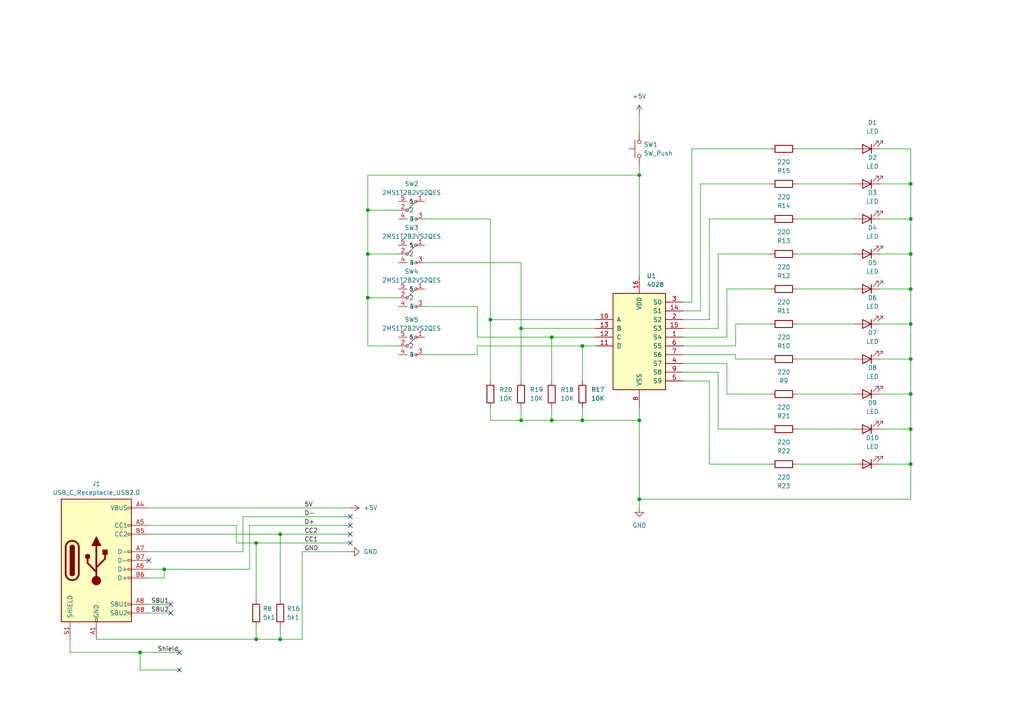
<source format=kicad_sch>
(kicad_sch (version 20250114) (generator "eeschema") (generator_version "9.0")
  (paper "A4")
  (title_block (title "4028 Series BCD to Decimal Decoder Tester") (date "2025-07-20") (rev "v1.0") (company "André Fiedler <mail@andrefiedler.de>"))
  (lib_symbols
    (symbol "4xxx:4028" (pin_names (offset 1.016))
      (property "Reference" "U" (at -7.62 13.97 0))
      (property "Value" "4028" (at -7.62 -16.51 0))
      (symbol "4028_1_0"
        (pin input line (at -12.7 5.08 0) (length 5.08) (name "A") (number "10"))
        (pin input line (at -12.7 2.54 0) (length 5.08) (name "B") (number "13"))
        (pin input line (at -12.7 0 0) (length 5.08) (name "C") (number "12"))
        (pin input line (at -12.7 -2.54 0) (length 5.08) (name "D") (number "11"))
        (pin power_in line (at 0 17.78 270) (length 5.08) (name "VDD") (number "16"))
        (pin power_in line (at 0 -20.32 90) (length 5.08) (name "VSS") (number "8"))
        (pin output line (at 12.7 10.16 180) (length 5.08) (name "S0") (number "3"))
        (pin output line (at 12.7 7.62 180) (length 5.08) (name "S1") (number "14"))
        (pin output line (at 12.7 5.08 180) (length 5.08) (name "S2") (number "2"))
        (pin output line (at 12.7 2.54 180) (length 5.08) (name "S3") (number "15"))
        (pin output line (at 12.7 0 180) (length 5.08) (name "S4") (number "1"))
        (pin output line (at 12.7 -2.54 180) (length 5.08) (name "S5") (number "6"))
        (pin output line (at 12.7 -5.08 180) (length 5.08) (name "S6") (number "7"))
        (pin output line (at 12.7 -7.62 180) (length 5.08) (name "S7") (number "4"))
        (pin output line (at 12.7 -10.16 180) (length 5.08) (name "S8") (number "9"))
        (pin output line (at 12.7 -12.7 180) (length 5.08) (name "S9") (number "5"))
      )
      (symbol "4028_1_1"
        (rectangle (start -7.62 12.7) (end 7.62 -15.24) (stroke (width 0.254)) (fill (type background)))
      )
    )
    (symbol "Connector:USB_C_Receptacle_USB2.0" (pin_names (offset 1.016))
      (property "Reference" "J" (at -10.16 19.05 0))
      (property "Value" "USB_C_Receptacle_USB2.0" (at 19.05 19.05 0))
      (symbol "USB_C_Receptacle_USB2.0_0_0"
        (rectangle (start -0.254 -17.78) (end 0.254 -16.764))
        (rectangle (start 10.16 15.494) (end 9.144 14.986))
        (rectangle (start 10.16 10.414) (end 9.144 9.906))
        (rectangle (start 10.16 7.874) (end 9.144 7.366))
        (rectangle (start 10.16 2.794) (end 9.144 2.286))
        (rectangle (start 10.16 0.254) (end 9.144 -0.254))
        (rectangle (start 10.16 -2.286) (end 9.144 -2.794))
        (rectangle (start 10.16 -4.826) (end 9.144 -5.334))
        (rectangle (start 10.16 -12.446) (end 9.144 -12.954))
        (rectangle (start 10.16 -14.986) (end 9.144 -15.494))
      )
      (symbol "USB_C_Receptacle_USB2.0_0_1"
        (rectangle (start -10.16 17.78) (end 10.16 -17.78) (stroke (width 0.254)) (fill (type background)))
        (polyline (pts (xy -8.89 -3.81) (xy -8.89 3.81)) (stroke (width 0.508)))
        (rectangle (start -7.62 -3.81) (end -6.35 3.81) (stroke (width 0.254)) (fill (type outline)))
        (arc (start -7.62 3.81) (mid -6.985 4.4423) (end -6.35 3.81) (stroke (width 0.254)))
        (arc (start -7.62 3.81) (mid -6.985 4.4423) (end -6.35 3.81) (stroke (width 0.254)) (fill (type outline)))
        (arc (start -8.89 3.81) (mid -6.985 5.7067) (end -5.08 3.81) (stroke (width 0.508)))
        (arc (start -5.08 -3.81) (mid -6.985 -5.7067) (end -8.89 -3.81) (stroke (width 0.508)))
        (arc (start -6.35 -3.81) (mid -6.985 -4.4423) (end -7.62 -3.81) (stroke (width 0.254)))
        (arc (start -6.35 -3.81) (mid -6.985 -4.4423) (end -7.62 -3.81) (stroke (width 0.254)) (fill (type outline)))
        (polyline (pts (xy -5.08 3.81) (xy -5.08 -3.81)) (stroke (width 0.508)))
        (circle (center -2.54 1.143) (radius 0.635) (stroke (width 0.254)) (fill (type outline)))
        (polyline (pts (xy -1.27 4.318) (xy 0 6.858) (xy 1.27 4.318) (xy -1.27 4.318)) (stroke (width 0.254)) (fill (type outline)))
        (polyline (pts (xy 0 -2.032) (xy 2.54 0.508) (xy 2.54 1.778)) (stroke (width 0.508)))
        (polyline (pts (xy 0 -3.302) (xy -2.54 -0.762) (xy -2.54 0.508)) (stroke (width 0.508)))
        (polyline (pts (xy 0 -5.842) (xy 0 4.318)) (stroke (width 0.508)))
        (circle (center 0 -5.842) (radius 1.27) (fill (type outline)))
        (rectangle (start 1.905 1.778) (end 3.175 3.048) (stroke (width 0.254)) (fill (type outline)))
      )
      (symbol "USB_C_Receptacle_USB2.0_1_1"
        (pin passive line (at -7.62 -22.86 90) (length 5.08) (name "SHIELD") (number "S1"))
        (pin passive line (at 0 -22.86 90) (length 5.08) (name "GND") (number "A1"))
        (pin passive line (at 0 -22.86 90) (length 5.08) (hide yes) (name "GND") (number "A12"))
        (pin passive line (at 0 -22.86 90) (length 5.08) (hide yes) (name "GND") (number "B1"))
        (pin passive line (at 0 -22.86 90) (length 5.08) (hide yes) (name "GND") (number "B12"))
        (pin passive line (at 15.24 15.24 180) (length 5.08) (name "VBUS") (number "A4"))
        (pin passive line (at 15.24 15.24 180) (length 5.08) (hide yes) (name "VBUS") (number "A9"))
        (pin passive line (at 15.24 15.24 180) (length 5.08) (hide yes) (name "VBUS") (number "B4"))
        (pin passive line (at 15.24 15.24 180) (length 5.08) (hide yes) (name "VBUS") (number "B9"))
        (pin bidirectional line (at 15.24 10.16 180) (length 5.08) (name "CC1") (number "A5"))
        (pin bidirectional line (at 15.24 7.62 180) (length 5.08) (name "CC2") (number "B5"))
        (pin bidirectional line (at 15.24 2.54 180) (length 5.08) (name "D-") (number "A7"))
        (pin bidirectional line (at 15.24 0 180) (length 5.08) (name "D-") (number "B7"))
        (pin bidirectional line (at 15.24 -2.54 180) (length 5.08) (name "D+") (number "A6"))
        (pin bidirectional line (at 15.24 -5.08 180) (length 5.08) (name "D+") (number "B6"))
        (pin bidirectional line (at 15.24 -12.7 180) (length 5.08) (name "SBU1") (number "A8"))
        (pin bidirectional line (at 15.24 -15.24 180) (length 5.08) (name "SBU2") (number "B8"))
      )
    )
    (symbol "Device:LED" (pin_numbers (hide yes)) (pin_names (offset 1.016) (hide yes))
      (property "Reference" "D" (at 0 2.54 0))
      (property "Value" "LED" (at 0 -2.54 0))
      (symbol "LED_0_1"
        (polyline (pts (xy -3.048 -0.762) (xy -4.572 -2.286) (xy -3.81 -2.286) (xy -4.572 -2.286) (xy -4.572 -1.524)))
        (polyline (pts (xy -1.778 -0.762) (xy -3.302 -2.286) (xy -2.54 -2.286) (xy -3.302 -2.286) (xy -3.302 -1.524)))
        (polyline (pts (xy -1.27 0) (xy 1.27 0)))
        (polyline (pts (xy -1.27 -1.27) (xy -1.27 1.27)) (stroke (width 0.254)))
        (polyline (pts (xy 1.27 -1.27) (xy 1.27 1.27) (xy -1.27 0) (xy 1.27 -1.27)) (stroke (width 0.254)))
      )
      (symbol "LED_1_1"
        (pin passive line (at -3.81 0 0) (length 2.54) (name "K") (number "1"))
        (pin passive line (at 3.81 0 180) (length 2.54) (name "A") (number "2"))
      )
    )
    (symbol "Device:R" (pin_numbers (hide yes)) (pin_names (offset 0))
      (property "Reference" "R" (at 2.032 0 90))
      (property "Value" "R" (at 0 0 90))
      (symbol "R_0_1"
        (rectangle (start -1.016 -2.54) (end 1.016 2.54) (stroke (width 0.254)))
      )
      (symbol "R_1_1"
        (pin passive line (at 0 3.81 270) (length 1.27) (name "~") (number "1"))
        (pin passive line (at 0 -3.81 90) (length 1.27) (name "~") (number "2"))
      )
    )
    (symbol "SW-TH_2MS1T2B2VS2QES:2MS1T2B2VS2QES"
      (property "Reference" "SW" (at 0 7.62 0))
      (property "Value" "2MS1T2B2VS2QES" (at 0 -10.16 0))
      (symbol "2MS1T2B2VS2QES_0_1"
        (circle (center -2.54 -2.54) (radius 0.38))
        (circle (center 0 0) (radius 0.38))
        (polyline (pts (xy 0.25 -0.25) (xy 2.29 -2.29)))
        (circle (center 2.54 -2.54) (radius 0.38))
        (pin unspecified line (at -2.54 2.54 270) (length 2.54) (name "4") (number "4"))
        (pin unspecified line (at -2.54 -5.08 90) (length 2.54) (name "3") (number "3"))
        (pin unspecified line (at 0 2.54 270) (length 2.54) (name "2") (number "2"))
        (pin unspecified line (at 2.54 2.54 270) (length 2.54) (name "5") (number "5"))
        (pin unspecified line (at 2.54 -5.08 90) (length 2.54) (name "1") (number "1"))
      )
    )
    (symbol "Switch:SW_Push" (pin_numbers (hide yes)) (pin_names (offset 1.016) (hide yes))
      (property "Reference" "SW1" (at 1.2701 -1.27 90))
      (property "Value" "SW_Push" (at -1.2699 -1.27 90))
      (symbol "SW_Push_0_1"
        (circle (center -2.032 0) (radius 0.508))
        (polyline (pts (xy 0 1.27) (xy 0 3.048)))
        (circle (center 2.032 0) (radius 0.508))
        (polyline (pts (xy 2.54 1.27) (xy -2.54 1.27)))
        (pin passive line (at -5.08 0 0) (length 2.54) (name "1") (number "1"))
        (pin passive line (at 5.08 0 180) (length 2.54) (name "3") (number "3"))
      )
    )
    (symbol "power:+5V" (power) (pin_numbers (hide yes)) (pin_names (offset 0) (hide yes))
      (property "Value" "+5V" (at 0 3.556 0))
      (symbol "+5V_0_1"
        (polyline (pts (xy -0.762 1.27) (xy 0 2.54)))
        (polyline (pts (xy 0 2.54) (xy 0.762 1.27)))
        (polyline (pts (xy 0 0) (xy 0 2.54)))
      )
      (symbol "+5V_1_1"
        (pin power_in line (at 0 0 90) (length 0) (name "~") (number "1"))
      )
    )
    (symbol "power:GND" (power) (pin_numbers (hide yes)) (pin_names (offset 0) (hide yes))
      (property "Value" "GND" (at 0 -3.81 0))
      (symbol "GND_0_1"
        (polyline (pts (xy 0 0) (xy 0 -1.27) (xy 1.27 -1.27) (xy 0 -2.54) (xy -1.27 -1.27) (xy 0 -1.27)))
      )
      (symbol "GND_1_1"
        (pin power_in line (at 0 0 270) (length 0) (name "~") (number "1"))
      )
    )
  )
  (junction (at 160.02 97.79))
  (junction (at 264.16 83.82))
  (junction (at 160.02 121.92))
  (junction (at 264.16 114.3))
  (junction (at 74.295 157.48))
  (junction (at 81.28 185.42))
  (junction (at 168.91 100.33))
  (junction (at 74.295 185.42))
  (junction (at 81.28 154.94))
  (junction (at 40.64 189.23))
  (junction (at 106.68 73.66))
  (junction (at 151.13 95.25))
  (junction (at 47.625 165.1))
  (junction (at 168.91 121.92))
  (junction (at 106.68 60.96))
  (junction (at 185.42 144.78))
  (junction (at 264.16 63.5))
  (junction (at 185.42 50.8))
  (junction (at 264.16 104.14))
  (junction (at 264.16 93.98))
  (junction (at 264.16 73.66))
  (junction (at 106.68 86.36))
  (junction (at 264.16 134.62))
  (junction (at 142.24 92.71))
  (junction (at 185.42 121.92))
  (junction (at 264.16 124.46))
  (junction (at 264.16 53.34))
  (junction (at 151.13 121.92))
  (no_connect (at 101.6 149.86))
  (no_connect (at 101.6 152.4))
  (no_connect (at 43.18 162.56))
  (no_connect (at 101.6 154.94))
  (no_connect (at 52.07 194.31))
  (no_connect (at 49.53 177.8))
  (no_connect (at 101.6 157.48))
  (no_connect (at 52.07 189.23))
  (no_connect (at 49.53 175.26))
  (wire (pts (xy 115.57 100.33) (xy 106.68 100.33)))
  (wire (pts (xy 208.28 95.25) (xy 198.12 95.25)))
  (wire (pts (xy 142.24 118.11) (xy 142.24 121.92)))
  (wire (pts (xy 223.52 63.5) (xy 205.74 63.5)))
  (wire (pts (xy 231.14 93.98) (xy 247.65 93.98)))
  (wire (pts (xy 81.28 185.42) (xy 87.63 185.42)))
  (wire (pts (xy 231.14 83.82) (xy 247.65 83.82)))
  (wire (pts (xy 72.39 165.1) (xy 47.625 165.1)))
  (wire (pts (xy 208.28 107.95) (xy 198.12 107.95)))
  (wire (pts (xy 264.16 93.98) (xy 255.27 93.98)))
  (wire (pts (xy 203.2 90.17) (xy 203.2 53.34)))
  (wire (pts (xy 138.43 100.33) (xy 168.91 100.33)))
  (wire (pts (xy 208.28 73.66) (xy 208.28 95.25)))
  (wire (pts (xy 70.485 149.86) (xy 101.6 149.86)))
  (wire (pts (xy 87.63 160.02) (xy 101.6 160.02)))
  (wire (pts (xy 168.91 118.11) (xy 168.91 121.92)))
  (wire (pts (xy 72.39 152.4) (xy 101.6 152.4)))
  (wire (pts (xy 223.52 73.66) (xy 208.28 73.66)))
  (wire (pts (xy 231.14 43.18) (xy 247.65 43.18)))
  (wire (pts (xy 185.42 33.02) (xy 185.42 38.1)))
  (wire (pts (xy 223.52 134.62) (xy 205.74 134.62)))
  (wire (pts (xy 264.16 114.3) (xy 255.27 114.3)))
  (wire (pts (xy 264.16 83.82) (xy 264.16 93.98)))
  (wire (pts (xy 205.74 134.62) (xy 205.74 110.49)))
  (wire (pts (xy 205.74 63.5) (xy 205.74 92.71)))
  (wire (pts (xy 264.16 53.34) (xy 255.27 53.34)))
  (wire (pts (xy 172.72 100.33) (xy 168.91 100.33)))
  (wire (pts (xy 223.52 104.14) (xy 213.36 104.14)))
  (wire (pts (xy 172.72 92.71) (xy 142.24 92.71)))
  (wire (pts (xy 40.64 189.23) (xy 40.64 194.31)))
  (wire (pts (xy 40.64 194.31) (xy 52.07 194.31)))
  (wire (pts (xy 223.52 83.82) (xy 210.82 83.82)))
  (wire (pts (xy 43.18 177.8) (xy 49.53 177.8)))
  (wire (pts (xy 264.16 53.34) (xy 264.16 63.5)))
  (wire (pts (xy 213.36 102.87) (xy 198.12 102.87)))
  (wire (pts (xy 264.16 73.66) (xy 264.16 83.82)))
  (wire (pts (xy 43.18 160.02) (xy 70.485 160.02)))
  (wire (pts (xy 210.82 83.82) (xy 210.82 97.79)))
  (wire (pts (xy 106.68 60.96) (xy 115.57 60.96)))
  (wire (pts (xy 210.82 97.79) (xy 198.12 97.79)))
  (wire (pts (xy 205.74 92.71) (xy 198.12 92.71)))
  (wire (pts (xy 138.43 97.79) (xy 160.02 97.79)))
  (wire (pts (xy 264.16 83.82) (xy 255.27 83.82)))
  (wire (pts (xy 231.14 104.14) (xy 247.65 104.14)))
  (wire (pts (xy 264.16 63.5) (xy 255.27 63.5)))
  (wire (pts (xy 106.68 86.36) (xy 115.57 86.36)))
  (wire (pts (xy 213.36 93.98) (xy 223.52 93.98)))
  (wire (pts (xy 47.625 165.1) (xy 43.18 165.1)))
  (wire (pts (xy 81.28 154.94) (xy 81.28 173.99)))
  (wire (pts (xy 168.91 121.92) (xy 185.42 121.92)))
  (wire (pts (xy 151.13 95.25) (xy 151.13 110.49)))
  (wire (pts (xy 231.14 53.34) (xy 247.65 53.34)))
  (wire (pts (xy 151.13 121.92) (xy 160.02 121.92)))
  (wire (pts (xy 74.295 157.48) (xy 74.295 173.99)))
  (wire (pts (xy 200.66 87.63) (xy 198.12 87.63)))
  (wire (pts (xy 185.42 144.78) (xy 185.42 147.32)))
  (wire (pts (xy 185.42 48.26) (xy 185.42 50.8)))
  (wire (pts (xy 106.68 73.66) (xy 106.68 60.96)))
  (wire (pts (xy 213.36 93.98) (xy 213.36 100.33)))
  (wire (pts (xy 138.43 88.9) (xy 138.43 97.79)))
  (wire (pts (xy 185.42 121.92) (xy 185.42 144.78)))
  (wire (pts (xy 74.295 181.61) (xy 74.295 185.42)))
  (wire (pts (xy 255.27 134.62) (xy 264.16 134.62)))
  (wire (pts (xy 264.16 93.98) (xy 264.16 104.14)))
  (wire (pts (xy 264.16 114.3) (xy 264.16 124.46)))
  (wire (pts (xy 40.64 189.23) (xy 52.07 189.23)))
  (wire (pts (xy 160.02 121.92) (xy 168.91 121.92)))
  (wire (pts (xy 47.625 167.64) (xy 47.625 165.1)))
  (wire (pts (xy 264.16 73.66) (xy 255.27 73.66)))
  (wire (pts (xy 210.82 114.3) (xy 210.82 105.41)))
  (wire (pts (xy 70.485 149.86) (xy 70.485 160.02)))
  (wire (pts (xy 123.19 102.87) (xy 138.43 102.87)))
  (wire (pts (xy 205.74 110.49) (xy 198.12 110.49)))
  (wire (pts (xy 20.32 185.42) (xy 20.32 189.23)))
  (wire (pts (xy 223.52 114.3) (xy 210.82 114.3)))
  (wire (pts (xy 72.39 152.4) (xy 72.39 165.1)))
  (wire (pts (xy 123.19 88.9) (xy 138.43 88.9)))
  (wire (pts (xy 138.43 102.87) (xy 138.43 100.33)))
  (wire (pts (xy 160.02 118.11) (xy 160.02 121.92)))
  (wire (pts (xy 43.18 154.94) (xy 81.28 154.94)))
  (wire (pts (xy 81.28 181.61) (xy 81.28 185.42)))
  (wire (pts (xy 43.18 152.4) (xy 68.58 152.4)))
  (wire (pts (xy 231.14 73.66) (xy 247.65 73.66)))
  (wire (pts (xy 213.36 104.14) (xy 213.36 102.87)))
  (wire (pts (xy 198.12 90.17) (xy 203.2 90.17)))
  (wire (pts (xy 208.28 124.46) (xy 208.28 107.95)))
  (wire (pts (xy 200.66 43.18) (xy 200.66 87.63)))
  (wire (pts (xy 223.52 124.46) (xy 208.28 124.46)))
  (wire (pts (xy 87.63 185.42) (xy 87.63 160.02)))
  (wire (pts (xy 101.6 157.48) (xy 74.295 157.48)))
  (wire (pts (xy 68.58 152.4) (xy 68.58 157.48)))
  (wire (pts (xy 210.82 105.41) (xy 198.12 105.41)))
  (wire (pts (xy 264.16 63.5) (xy 264.16 73.66)))
  (wire (pts (xy 106.68 50.8) (xy 185.42 50.8)))
  (wire (pts (xy 168.91 100.33) (xy 168.91 110.49)))
  (wire (pts (xy 123.19 76.2) (xy 151.13 76.2)))
  (wire (pts (xy 151.13 76.2) (xy 151.13 95.25)))
  (wire (pts (xy 231.14 134.62) (xy 247.65 134.62)))
  (wire (pts (xy 231.14 63.5) (xy 247.65 63.5)))
  (wire (pts (xy 74.295 185.42) (xy 81.28 185.42)))
  (wire (pts (xy 106.68 86.36) (xy 106.68 73.66)))
  (wire (pts (xy 68.58 157.48) (xy 74.295 157.48)))
  (wire (pts (xy 43.18 175.26) (xy 49.53 175.26)))
  (wire (pts (xy 264.16 134.62) (xy 264.16 144.78)))
  (wire (pts (xy 213.36 100.33) (xy 198.12 100.33)))
  (wire (pts (xy 81.28 154.94) (xy 101.6 154.94)))
  (wire (pts (xy 160.02 110.49) (xy 160.02 97.79)))
  (wire (pts (xy 106.68 73.66) (xy 115.57 73.66)))
  (wire (pts (xy 231.14 124.46) (xy 247.65 124.46)))
  (wire (pts (xy 264.16 144.78) (xy 185.42 144.78)))
  (wire (pts (xy 231.14 114.3) (xy 247.65 114.3)))
  (wire (pts (xy 203.2 53.34) (xy 223.52 53.34)))
  (wire (pts (xy 185.42 118.11) (xy 185.42 121.92)))
  (wire (pts (xy 43.18 147.32) (xy 101.6 147.32)))
  (wire (pts (xy 142.24 63.5) (xy 142.24 92.71)))
  (wire (pts (xy 264.16 124.46) (xy 255.27 124.46)))
  (wire (pts (xy 160.02 97.79) (xy 172.72 97.79)))
  (wire (pts (xy 106.68 100.33) (xy 106.68 86.36)))
  (wire (pts (xy 123.19 63.5) (xy 142.24 63.5)))
  (wire (pts (xy 151.13 118.11) (xy 151.13 121.92)))
  (wire (pts (xy 142.24 121.92) (xy 151.13 121.92)))
  (wire (pts (xy 264.16 104.14) (xy 264.16 114.3)))
  (wire (pts (xy 264.16 124.46) (xy 264.16 134.62)))
  (wire (pts (xy 106.68 60.96) (xy 106.68 50.8)))
  (wire (pts (xy 255.27 104.14) (xy 264.16 104.14)))
  (wire (pts (xy 20.32 189.23) (xy 40.64 189.23)))
  (wire (pts (xy 264.16 43.18) (xy 264.16 53.34)))
  (wire (pts (xy 223.52 43.18) (xy 200.66 43.18)))
  (wire (pts (xy 27.94 185.42) (xy 74.295 185.42)))
  (wire (pts (xy 185.42 50.8) (xy 185.42 80.01)))
  (wire (pts (xy 264.16 43.18) (xy 255.27 43.18)))
  (wire (pts (xy 142.24 92.71) (xy 142.24 110.49)))
  (wire (pts (xy 172.72 95.25) (xy 151.13 95.25)))
  (wire (pts (xy 43.18 167.64) (xy 47.625 167.64)))
  (label "CC2" (at 88.265 154.94 0))
  (label "D+" (at 88.265 152.4 0))
  (label "GND" (at 88.265 160.02 0))
  (label "SBU1" (at 43.815 175.26 0))
  (label "Shield" (at 45.72 189.23 0))
  (label "SBU2" (at 43.815 177.8 0))
  (label "CC1" (at 88.265 157.48 0))
  (label "5V" (at 88.265 147.32 0))
  (label "D-" (at 88.265 149.86 0))
  (symbol (lib_id "Device:R") (at 227.33 53.34 270) (unit 1)
    (property "Reference" "R14" (at 227.33 59.69 90))
    (property "Value" "220" (at 227.33 57.15 90))
    (property "Footprint" "Resistor_SMD:R_0805_2012Metric_Pad1.20x1.40mm_HandSolder" (effects (hide yes)))
    (property "Description" "Resistor" (effects (hide yes)))
  )
  (symbol (lib_id "Device:LED") (at 251.46 43.18 180) (unit 1)
    (property "Reference" "D1" (at 253.0475 35.56 0))
    (property "Value" "LED" (at 253.0475 38.1 0))
    (property "Footprint" "LED_SMD:LED_0805_2012Metric_Pad1.15x1.40mm_HandSolder" (effects (hide yes)))
    (property "Description" "Light emitting diode" (effects (hide yes)))
    (property "Sim.Pins" "1=K 2=A" (effects (hide yes)))
  )
  (symbol (lib_id "Device:R") (at 227.33 114.3 270) (unit 1)
    (property "Reference" "R21" (at 227.33 120.65 90))
    (property "Value" "220" (at 227.33 118.11 90))
    (property "Footprint" "Resistor_SMD:R_0805_2012Metric_Pad1.20x1.40mm_HandSolder" (effects (hide yes)))
    (property "Description" "Resistor" (effects (hide yes)))
  )
  (symbol (lib_id "SW-TH_2MS1T2B2VS2QES:2MS1T2B2VS2QES") (at 118.11 60.96 90) (unit 1)
    (property "Reference" "SW2" (at 119.38 53.34 90))
    (property "Value" "2MS1T2B2VS2QES" (at 119.38 55.88 90))
    (property "Footprint" "Library:SW-TH_2MS1T2B2VS2QES" (effects (hide yes)))
    (property "Datasheet" "https://lcsc.com/product-detail/Toggle-Switches_Dailywell-2MS1T2B2VS2QES_C545202.html" (effects (hide yes)))
    (property "LCSC Part" "C545202" (effects (hide yes)))
  )
  (symbol (lib_id "Device:R") (at 227.33 104.14 270) (unit 1)
    (property "Reference" "R9" (at 227.33 110.49 90))
    (property "Value" "220" (at 227.33 107.95 90))
    (property "Footprint" "Resistor_SMD:R_0805_2012Metric_Pad1.20x1.40mm_HandSolder" (effects (hide yes)))
    (property "Description" "Resistor" (effects (hide yes)))
  )
  (symbol (lib_id "Device:R") (at 168.91 114.3 180) (unit 1)
    (property "Reference" "R17" (at 171.45 113.0299 0) (effects (justify right)))
    (property "Value" "10K" (at 171.45 115.5699 0) (effects (justify right)))
    (property "Footprint" "Resistor_SMD:R_0805_2012Metric_Pad1.20x1.40mm_HandSolder" (effects (hide yes)))
    (property "Description" "Resistor" (effects (hide yes)))
  )
  (symbol (lib_id "Device:R") (at 227.33 63.5 270) (unit 1)
    (property "Reference" "R13" (at 227.33 69.85 90))
    (property "Value" "220" (at 227.33 67.31 90))
    (property "Footprint" "Resistor_SMD:R_0805_2012Metric_Pad1.20x1.40mm_HandSolder" (effects (hide yes)))
    (property "Description" "Resistor" (effects (hide yes)))
  )
  (symbol (lib_id "Device:R") (at 227.33 93.98 270) (unit 1)
    (property "Reference" "R10" (at 227.33 100.33 90))
    (property "Value" "220" (at 227.33 97.79 90))
    (property "Footprint" "Resistor_SMD:R_0805_2012Metric_Pad1.20x1.40mm_HandSolder" (effects (hide yes)))
    (property "Description" "Resistor" (effects (hide yes)))
  )
  (symbol (lib_id "Device:R") (at 227.33 83.82 270) (unit 1)
    (property "Reference" "R11" (at 227.33 90.17 90))
    (property "Value" "220" (at 227.33 87.63 90))
    (property "Footprint" "Resistor_SMD:R_0805_2012Metric_Pad1.20x1.40mm_HandSolder" (effects (hide yes)))
    (property "Description" "Resistor" (effects (hide yes)))
  )
  (symbol (lib_id "SW-TH_2MS1T2B2VS2QES:2MS1T2B2VS2QES") (at 118.11 100.33 90) (unit 1)
    (property "Reference" "SW5" (at 119.38 92.71 90))
    (property "Value" "2MS1T2B2VS2QES" (at 119.38 95.25 90))
    (property "Footprint" "Library:SW-TH_2MS1T2B2VS2QES" (effects (hide yes)))
    (property "Datasheet" "https://lcsc.com/product-detail/Toggle-Switches_Dailywell-2MS1T2B2VS2QES_C545202.html" (effects (hide yes)))
    (property "LCSC Part" "C545202" (effects (hide yes)))
  )
  (symbol (lib_id "Device:LED") (at 251.46 73.66 180) (unit 1)
    (property "Reference" "D4" (at 253.0475 66.04 0))
    (property "Value" "LED" (at 253.0475 68.58 0))
    (property "Footprint" "LED_SMD:LED_0805_2012Metric_Pad1.15x1.40mm_HandSolder" (effects (hide yes)))
    (property "Description" "Light emitting diode" (effects (hide yes)))
    (property "Sim.Pins" "1=K 2=A" (effects (hide yes)))
  )
  (symbol (lib_id "Device:R") (at 74.295 177.8 0) (unit 1)
    (property "Reference" "R8" (at 76.2 176.53 0) (effects (justify left)))
    (property "Value" "5k1" (at 76.2 179.07 0) (effects (justify left)))
    (property "Footprint" "Resistor_SMD:R_0805_2012Metric_Pad1.20x1.40mm_HandSolder" (effects (hide yes)))
    (property "LCSC" "C23186" (effects (hide yes)))
  )
  (symbol (lib_id "Device:LED") (at 251.46 114.3 180) (unit 1)
    (property "Reference" "D8" (at 253.0475 106.68 0))
    (property "Value" "LED" (at 253.0475 109.22 0))
    (property "Footprint" "LED_SMD:LED_0805_2012Metric_Pad1.15x1.40mm_HandSolder" (effects (hide yes)))
    (property "Description" "Light emitting diode" (effects (hide yes)))
    (property "Sim.Pins" "1=K 2=A" (effects (hide yes)))
  )
  (symbol (lib_id "Switch:SW_Push") (at 185.42 43.18 90) (unit 1)
    (property "Reference" "SW1" (at 186.69 41.9099 90) (effects (justify right)))
    (property "Value" "SW_Push" (at 186.69 44.4499 90) (effects (justify right)))
    (property "Footprint" "Library:SW_B3F-1000" (effects (hide yes)))
    (property "Description" "Push button switch, generic, two pins" (effects (hide yes)))
  )
  (symbol (lib_id "Device:LED") (at 251.46 124.46 180) (unit 1)
    (property "Reference" "D9" (at 253.0475 116.84 0))
    (property "Value" "LED" (at 253.0475 119.38 0))
    (property "Footprint" "LED_SMD:LED_0805_2012Metric_Pad1.15x1.40mm_HandSolder" (effects (hide yes)))
    (property "Description" "Light emitting diode" (effects (hide yes)))
    (property "Sim.Pins" "1=K 2=A" (effects (hide yes)))
  )
  (symbol (lib_id "Device:R") (at 227.33 134.62 270) (unit 1)
    (property "Reference" "R23" (at 227.33 140.97 90))
    (property "Value" "220" (at 227.33 138.43 90))
    (property "Footprint" "Resistor_SMD:R_0805_2012Metric_Pad1.20x1.40mm_HandSolder" (effects (hide yes)))
    (property "Description" "Resistor" (effects (hide yes)))
  )
  (symbol (lib_id "Device:LED") (at 251.46 83.82 180) (unit 1)
    (property "Reference" "D5" (at 253.0475 76.2 0))
    (property "Value" "LED" (at 253.0475 78.74 0))
    (property "Footprint" "LED_SMD:LED_0805_2012Metric_Pad1.15x1.40mm_HandSolder" (effects (hide yes)))
    (property "Description" "Light emitting diode" (effects (hide yes)))
    (property "Sim.Pins" "1=K 2=A" (effects (hide yes)))
  )
  (symbol (lib_id "power:GND") (at 101.6 160.02 90) (unit 1)
    (property "Reference" "#PWR03" (effects (hide yes)))
    (property "Value" "GND" (at 105.41 160.0199 90) (effects (justify right)))
    (property "Description" "Power symbol creates a global label with name \"GND\" , ground" (effects (hide yes)))
  )
  (symbol (lib_id "Device:R") (at 151.13 114.3 180) (unit 1)
    (property "Reference" "R19" (at 153.67 113.0299 0) (effects (justify right)))
    (property "Value" "10K" (at 153.67 115.5699 0) (effects (justify right)))
    (property "Footprint" "Resistor_SMD:R_0805_2012Metric_Pad1.20x1.40mm_HandSolder" (effects (hide yes)))
    (property "Description" "Resistor" (effects (hide yes)))
  )
  (symbol (lib_id "Device:R") (at 81.28 177.8 0) (unit 1)
    (property "Reference" "R16" (at 83.185 176.53 0) (effects (justify left)))
    (property "Value" "5k1" (at 83.185 179.07 0) (effects (justify left)))
    (property "Footprint" "Resistor_SMD:R_0805_2012Metric_Pad1.20x1.40mm_HandSolder" (effects (hide yes)))
    (property "LCSC" "C23186" (effects (hide yes)))
  )
  (symbol (lib_id "Device:LED") (at 251.46 63.5 180) (unit 1)
    (property "Reference" "D3" (at 253.0475 55.88 0))
    (property "Value" "LED" (at 253.0475 58.42 0))
    (property "Footprint" "LED_SMD:LED_0805_2012Metric_Pad1.15x1.40mm_HandSolder" (effects (hide yes)))
    (property "Description" "Light emitting diode" (effects (hide yes)))
    (property "Sim.Pins" "1=K 2=A" (effects (hide yes)))
  )
  (symbol (lib_id "4xxx:4028") (at 185.42 97.79 0) (unit 1)
    (property "Reference" "U1" (at 187.5633 80.01 0) (effects (justify left)))
    (property "Value" "4028" (at 187.5633 82.55 0) (effects (justify left)))
    (property "Footprint" "Socket:DIP_Socket-16_W4.3_W5.08_W7.62_W10.16_W10.9_3M_216-3340-00-0602J" (effects (hide yes)))
    (property "Datasheet" "http://www.intersil.com/content/dam/Intersil/documents/cd40/cd4028bms.pdf" (effects (hide yes)))
    (property "Description" "Decoder 4 to 10 lines" (effects (hide yes)))
  )
  (symbol (lib_id "Device:LED") (at 251.46 104.14 180) (unit 1)
    (property "Reference" "D7" (at 253.0475 96.52 0))
    (property "Value" "LED" (at 253.0475 99.06 0))
    (property "Footprint" "LED_SMD:LED_0805_2012Metric_Pad1.15x1.40mm_HandSolder" (effects (hide yes)))
    (property "Description" "Light emitting diode" (effects (hide yes)))
    (property "Sim.Pins" "1=K 2=A" (effects (hide yes)))
  )
  (symbol (lib_id "Device:R") (at 227.33 124.46 270) (unit 1)
    (property "Reference" "R22" (at 227.33 130.81 90))
    (property "Value" "220" (at 227.33 128.27 90))
    (property "Footprint" "Resistor_SMD:R_0805_2012Metric_Pad1.20x1.40mm_HandSolder" (effects (hide yes)))
    (property "Description" "Resistor" (effects (hide yes)))
  )
  (symbol (lib_id "Device:R") (at 160.02 114.3 180) (unit 1)
    (property "Reference" "R18" (at 162.56 113.0299 0) (effects (justify right)))
    (property "Value" "10K" (at 162.56 115.5699 0) (effects (justify right)))
    (property "Footprint" "Resistor_SMD:R_0805_2012Metric_Pad1.20x1.40mm_HandSolder" (effects (hide yes)))
    (property "Description" "Resistor" (effects (hide yes)))
  )
  (symbol (lib_id "power:+5V") (at 101.6 147.32 270) (unit 1)
    (property "Reference" "#PWR04" (effects (hide yes)))
    (property "Value" "+5V" (at 105.41 147.3199 90) (effects (justify left)))
    (property "Description" "Power symbol creates a global label with name \"+5V\"" (effects (hide yes)))
  )
  (symbol (lib_id "power:+5V") (at 185.42 33.02 0) (unit 1)
    (property "Reference" "#PWR05" (effects (hide yes)))
    (property "Value" "+5V" (at 185.42 27.94 0))
    (property "Description" "Power symbol creates a global label with name \"+5V\"" (effects (hide yes)))
  )
  (symbol (lib_id "SW-TH_2MS1T2B2VS2QES:2MS1T2B2VS2QES") (at 118.11 73.66 90) (unit 1)
    (property "Reference" "SW3" (at 119.38 66.04 90))
    (property "Value" "2MS1T2B2VS2QES" (at 119.38 68.58 90))
    (property "Footprint" "Library:SW-TH_2MS1T2B2VS2QES" (effects (hide yes)))
    (property "Datasheet" "https://lcsc.com/product-detail/Toggle-Switches_Dailywell-2MS1T2B2VS2QES_C545202.html" (effects (hide yes)))
    (property "LCSC Part" "C545202" (effects (hide yes)))
  )
  (symbol (lib_id "Device:R") (at 142.24 114.3 180) (unit 1)
    (property "Reference" "R20" (at 144.78 113.0299 0) (effects (justify right)))
    (property "Value" "10K" (at 144.78 115.5699 0) (effects (justify right)))
    (property "Footprint" "Resistor_SMD:R_0805_2012Metric_Pad1.20x1.40mm_HandSolder" (effects (hide yes)))
    (property "Description" "Resistor" (effects (hide yes)))
  )
  (symbol (lib_id "power:GND") (at 185.42 147.32 0) (unit 1)
    (property "Reference" "#PWR06" (effects (hide yes)))
    (property "Value" "GND" (at 185.42 152.4 0))
    (property "Description" "Power symbol creates a global label with name \"GND\" , ground" (effects (hide yes)))
  )
  (symbol (lib_id "Connector:USB_C_Receptacle_USB2.0") (at 27.94 162.56 0) (unit 1)
    (property "Reference" "J1" (at 27.94 140.335 0))
    (property "Value" "USB_C_Receptacle_USB2.0" (at 27.94 142.875 0))
    (property "Footprint" "Connector_USB:USB_C_Receptacle_GCT_USB4105-xx-A_16P_TopMnt_Horizontal" (effects (hide yes)))
    (property "Datasheet" "https://www.usb.org/sites/default/files/documents/usb_type-c.zip" (effects (hide yes)))
    (property "LCSC" "C2982555" (effects (hide yes)))
  )
  (symbol (lib_id "Device:LED") (at 251.46 134.62 180) (unit 1)
    (property "Reference" "D10" (at 253.0475 127 0))
    (property "Value" "LED" (at 253.0475 129.54 0))
    (property "Footprint" "LED_SMD:LED_0805_2012Metric_Pad1.15x1.40mm_HandSolder" (effects (hide yes)))
    (property "Description" "Light emitting diode" (effects (hide yes)))
    (property "Sim.Pins" "1=K 2=A" (effects (hide yes)))
  )
  (symbol (lib_id "Device:R") (at 227.33 43.18 270) (unit 1)
    (property "Reference" "R15" (at 227.33 49.53 90))
    (property "Value" "220" (at 227.33 46.99 90))
    (property "Footprint" "Resistor_SMD:R_0805_2012Metric_Pad1.20x1.40mm_HandSolder" (effects (hide yes)))
    (property "Description" "Resistor" (effects (hide yes)))
  )
  (symbol (lib_id "SW-TH_2MS1T2B2VS2QES:2MS1T2B2VS2QES") (at 118.11 86.36 90) (unit 1)
    (property "Reference" "SW4" (at 119.38 78.74 90))
    (property "Value" "2MS1T2B2VS2QES" (at 119.38 81.28 90))
    (property "Footprint" "Library:SW-TH_2MS1T2B2VS2QES" (effects (hide yes)))
    (property "Datasheet" "https://lcsc.com/product-detail/Toggle-Switches_Dailywell-2MS1T2B2VS2QES_C545202.html" (effects (hide yes)))
    (property "LCSC Part" "C545202" (effects (hide yes)))
  )
  (symbol (lib_id "Device:R") (at 227.33 73.66 270) (unit 1)
    (property "Reference" "R12" (at 227.33 80.01 90))
    (property "Value" "220" (at 227.33 77.47 90))
    (property "Footprint" "Resistor_SMD:R_0805_2012Metric_Pad1.20x1.40mm_HandSolder" (effects (hide yes)))
    (property "Description" "Resistor" (effects (hide yes)))
  )
  (symbol (lib_id "Device:LED") (at 251.46 53.34 180) (unit 1)
    (property "Reference" "D2" (at 253.0475 45.72 0))
    (property "Value" "LED" (at 253.0475 48.26 0))
    (property "Footprint" "LED_SMD:LED_0805_2012Metric_Pad1.15x1.40mm_HandSolder" (effects (hide yes)))
    (property "Description" "Light emitting diode" (effects (hide yes)))
    (property "Sim.Pins" "1=K 2=A" (effects (hide yes)))
  )
  (symbol (lib_id "Device:LED") (at 251.46 93.98 180) (unit 1)
    (property "Reference" "D6" (at 253.0475 86.36 0))
    (property "Value" "LED" (at 253.0475 88.9 0))
    (property "Footprint" "LED_SMD:LED_0805_2012Metric_Pad1.15x1.40mm_HandSolder" (effects (hide yes)))
    (property "Description" "Light emitting diode" (effects (hide yes)))
    (property "Sim.Pins" "1=K 2=A" (effects (hide yes)))
  )
)
</source>
